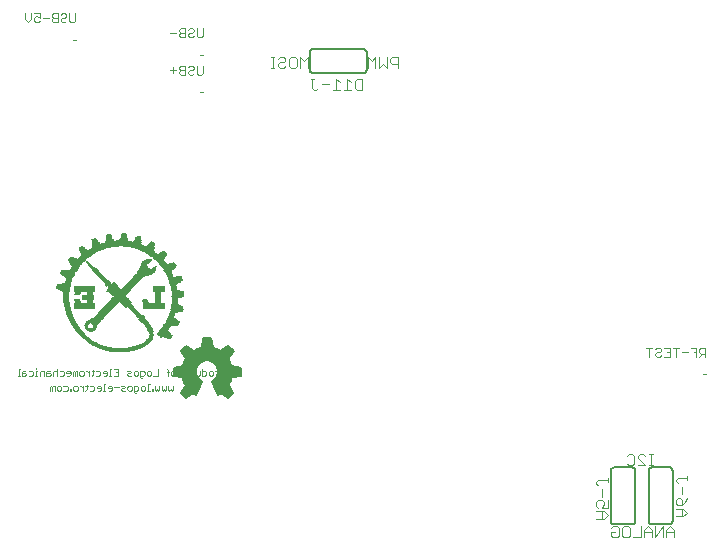
<source format=gbo>
G75*
G70*
%OFA0B0*%
%FSLAX24Y24*%
%IPPOS*%
%LPD*%
%AMOC8*
5,1,8,0,0,1.08239X$1,22.5*
%
%ADD10C,0.0020*%
%ADD11C,0.0030*%
%ADD12C,0.0060*%
%ADD13C,0.0040*%
%ADD14R,0.0483X0.0017*%
%ADD15R,0.0700X0.0017*%
%ADD16R,0.0867X0.0017*%
%ADD17R,0.1000X0.0017*%
%ADD18R,0.1117X0.0017*%
%ADD19R,0.1217X0.0017*%
%ADD20R,0.1300X0.0017*%
%ADD21R,0.0517X0.0017*%
%ADD22R,0.0550X0.0017*%
%ADD23R,0.0450X0.0017*%
%ADD24R,0.0400X0.0017*%
%ADD25R,0.0417X0.0017*%
%ADD26R,0.0367X0.0017*%
%ADD27R,0.0383X0.0017*%
%ADD28R,0.0333X0.0017*%
%ADD29R,0.0350X0.0017*%
%ADD30R,0.0317X0.0017*%
%ADD31R,0.0283X0.0017*%
%ADD32R,0.0300X0.0017*%
%ADD33R,0.0283X0.0017*%
%ADD34R,0.0283X0.0017*%
%ADD35R,0.0250X0.0017*%
%ADD36R,0.0233X0.0017*%
%ADD37R,0.0267X0.0017*%
%ADD38R,0.0217X0.0017*%
%ADD39R,0.0267X0.0017*%
%ADD40R,0.0200X0.0017*%
%ADD41R,0.0250X0.0017*%
%ADD42R,0.0183X0.0017*%
%ADD43R,0.0233X0.0017*%
%ADD44R,0.0183X0.0017*%
%ADD45R,0.0183X0.0017*%
%ADD46R,0.0167X0.0017*%
%ADD47R,0.0167X0.0017*%
%ADD48R,0.0217X0.0017*%
%ADD49R,0.0067X0.0017*%
%ADD50R,0.0150X0.0017*%
%ADD51R,0.0200X0.0017*%
%ADD52R,0.0133X0.0017*%
%ADD53R,0.0217X0.0017*%
%ADD54R,0.0017X0.0017*%
%ADD55R,0.0133X0.0017*%
%ADD56R,0.0217X0.0017*%
%ADD57R,0.0050X0.0017*%
%ADD58R,0.0300X0.0017*%
%ADD59R,0.0083X0.0017*%
%ADD60R,0.0133X0.0017*%
%ADD61R,0.0433X0.0017*%
%ADD62R,0.0133X0.0017*%
%ADD63R,0.0117X0.0017*%
%ADD64R,0.0467X0.0017*%
%ADD65R,0.0117X0.0017*%
%ADD66R,0.0483X0.0017*%
%ADD67R,0.0467X0.0017*%
%ADD68R,0.0383X0.0017*%
%ADD69R,0.0350X0.0017*%
%ADD70R,0.0150X0.0017*%
%ADD71R,0.0317X0.0017*%
%ADD72R,0.0283X0.0017*%
%ADD73R,0.0167X0.0017*%
%ADD74R,0.0267X0.0017*%
%ADD75R,0.0167X0.0017*%
%ADD76R,0.0100X0.0017*%
%ADD77R,0.0100X0.0017*%
%ADD78R,0.0233X0.0017*%
%ADD79R,0.0117X0.0017*%
%ADD80R,0.0500X0.0017*%
%ADD81R,0.0083X0.0017*%
%ADD82R,0.0500X0.0017*%
%ADD83R,0.0483X0.0017*%
%ADD84R,0.0233X0.0017*%
%ADD85R,0.0450X0.0017*%
%ADD86R,0.0433X0.0017*%
%ADD87R,0.0417X0.0017*%
%ADD88R,0.0183X0.0017*%
%ADD89R,0.0433X0.0017*%
%ADD90R,0.0333X0.0017*%
%ADD91R,0.0400X0.0017*%
%ADD92R,0.0367X0.0017*%
%ADD93R,0.0017X0.0017*%
%ADD94R,0.0333X0.0017*%
%ADD95R,0.0383X0.0017*%
%ADD96R,0.0433X0.0017*%
%ADD97R,0.0717X0.0017*%
%ADD98R,0.0700X0.0017*%
%ADD99R,0.0717X0.0017*%
%ADD100R,0.0317X0.0017*%
%ADD101R,0.0333X0.0017*%
%ADD102R,0.0733X0.0017*%
%ADD103R,0.0717X0.0017*%
%ADD104R,0.0683X0.0017*%
%ADD105R,0.0650X0.0017*%
%ADD106R,0.0617X0.0017*%
%ADD107R,0.0600X0.0017*%
%ADD108R,0.0567X0.0017*%
%ADD109R,0.0367X0.0017*%
%ADD110R,0.0533X0.0017*%
%ADD111R,0.0367X0.0017*%
%ADD112R,0.0417X0.0017*%
%ADD113R,0.0550X0.0017*%
%ADD114R,0.0583X0.0017*%
%ADD115R,0.0733X0.0017*%
%ADD116R,0.0383X0.0017*%
%ADD117R,0.0767X0.0017*%
%ADD118R,0.0783X0.0017*%
%ADD119R,0.0033X0.0017*%
%ADD120R,0.0067X0.0017*%
%ADD121R,0.0533X0.0017*%
%ADD122R,0.0567X0.0017*%
%ADD123R,0.0517X0.0017*%
%ADD124R,0.0567X0.0017*%
%ADD125R,0.0517X0.0017*%
%ADD126R,0.0317X0.0017*%
%ADD127R,0.0067X0.0017*%
%ADD128R,0.0033X0.0017*%
%ADD129R,0.0467X0.0017*%
%ADD130R,0.0583X0.0017*%
%ADD131R,0.0600X0.0017*%
%ADD132R,0.0633X0.0017*%
%ADD133R,0.0683X0.0017*%
%ADD134R,0.0650X0.0017*%
%ADD135R,0.0717X0.0017*%
%ADD136R,0.0533X0.0017*%
%ADD137R,0.0883X0.0017*%
%ADD138R,0.0750X0.0017*%
%ADD139R,0.0883X0.0017*%
%ADD140R,0.0033X0.0017*%
%ADD141R,0.1717X0.0017*%
%ADD142R,0.1683X0.0017*%
%ADD143R,0.1650X0.0017*%
%ADD144R,0.1633X0.0017*%
%ADD145R,0.1333X0.0017*%
%ADD146R,0.1283X0.0017*%
%ADD147R,0.1233X0.0017*%
%ADD148R,0.1183X0.0017*%
%ADD149R,0.0867X0.0017*%
%ADD150R,0.0767X0.0017*%
%ADD151R,0.0050X0.0017*%
%ADD152C,0.0000*%
D10*
X004499Y007850D02*
X004499Y007961D01*
X004536Y007997D01*
X004572Y007961D01*
X004572Y007850D01*
X004646Y007850D02*
X004646Y007997D01*
X004609Y007997D01*
X004572Y007961D01*
X004720Y007961D02*
X004757Y007997D01*
X004830Y007997D01*
X004867Y007961D01*
X004867Y007887D01*
X004830Y007850D01*
X004757Y007850D01*
X004720Y007887D01*
X004720Y007961D01*
X004941Y007997D02*
X005051Y007997D01*
X005088Y007961D01*
X005088Y007887D01*
X005051Y007850D01*
X004941Y007850D01*
X005162Y007850D02*
X005162Y007887D01*
X005198Y007887D01*
X005198Y007850D01*
X005162Y007850D01*
X005272Y007887D02*
X005309Y007850D01*
X005383Y007850D01*
X005419Y007887D01*
X005419Y007961D01*
X005383Y007997D01*
X005309Y007997D01*
X005272Y007961D01*
X005272Y007887D01*
X005493Y007997D02*
X005530Y007997D01*
X005603Y007924D01*
X005603Y007997D02*
X005603Y007850D01*
X005677Y007850D02*
X005714Y007887D01*
X005714Y008034D01*
X005751Y007997D02*
X005677Y007997D01*
X005825Y007997D02*
X005935Y007997D01*
X005972Y007961D01*
X005972Y007887D01*
X005935Y007850D01*
X005825Y007850D01*
X006046Y007924D02*
X006193Y007924D01*
X006193Y007961D02*
X006156Y007997D01*
X006083Y007997D01*
X006046Y007961D01*
X006046Y007924D01*
X006083Y007850D02*
X006156Y007850D01*
X006193Y007887D01*
X006193Y007961D01*
X006267Y007850D02*
X006340Y007850D01*
X006303Y007850D02*
X006303Y008071D01*
X006340Y008071D01*
X006414Y007961D02*
X006414Y007924D01*
X006561Y007924D01*
X006561Y007961D02*
X006524Y007997D01*
X006451Y007997D01*
X006414Y007961D01*
X006451Y007850D02*
X006524Y007850D01*
X006561Y007887D01*
X006561Y007961D01*
X006635Y007961D02*
X006782Y007961D01*
X006856Y007997D02*
X006966Y007997D01*
X007003Y007961D01*
X006966Y007924D01*
X006893Y007924D01*
X006856Y007887D01*
X006893Y007850D01*
X007003Y007850D01*
X007077Y007887D02*
X007077Y007961D01*
X007114Y007997D01*
X007187Y007997D01*
X007224Y007961D01*
X007224Y007887D01*
X007187Y007850D01*
X007114Y007850D01*
X007077Y007887D01*
X007298Y007850D02*
X007408Y007850D01*
X007445Y007887D01*
X007445Y007961D01*
X007408Y007997D01*
X007298Y007997D01*
X007298Y007814D01*
X007335Y007777D01*
X007371Y007777D01*
X007519Y007887D02*
X007519Y007961D01*
X007556Y007997D01*
X007629Y007997D01*
X007666Y007961D01*
X007666Y007887D01*
X007629Y007850D01*
X007556Y007850D01*
X007519Y007887D01*
X007740Y007850D02*
X007813Y007850D01*
X007776Y007850D02*
X007776Y008071D01*
X007813Y008071D01*
X007887Y007887D02*
X007887Y007850D01*
X007924Y007850D01*
X007924Y007887D01*
X007887Y007887D01*
X007998Y007887D02*
X008035Y007850D01*
X008071Y007887D01*
X008108Y007850D01*
X008145Y007887D01*
X008145Y007997D01*
X008219Y007997D02*
X008219Y007887D01*
X008256Y007850D01*
X008292Y007887D01*
X008329Y007850D01*
X008366Y007887D01*
X008366Y007997D01*
X008440Y007997D02*
X008440Y007887D01*
X008477Y007850D01*
X008513Y007887D01*
X008550Y007850D01*
X008587Y007887D01*
X008587Y007997D01*
X008569Y008350D02*
X008532Y008387D01*
X008532Y008461D01*
X008569Y008497D01*
X008643Y008497D01*
X008679Y008461D01*
X008679Y008387D01*
X008643Y008350D01*
X008569Y008350D01*
X008422Y008350D02*
X008422Y008534D01*
X008385Y008571D01*
X008385Y008461D02*
X008458Y008461D01*
X008090Y008571D02*
X008090Y008350D01*
X007943Y008350D01*
X007869Y008387D02*
X007832Y008350D01*
X007759Y008350D01*
X007722Y008387D01*
X007722Y008461D01*
X007759Y008497D01*
X007832Y008497D01*
X007869Y008461D01*
X007869Y008387D01*
X007648Y008387D02*
X007611Y008350D01*
X007501Y008350D01*
X007501Y008314D02*
X007501Y008497D01*
X007611Y008497D01*
X007648Y008461D01*
X007648Y008387D01*
X007575Y008277D02*
X007538Y008277D01*
X007501Y008314D01*
X007427Y008387D02*
X007390Y008350D01*
X007317Y008350D01*
X007280Y008387D01*
X007280Y008461D01*
X007317Y008497D01*
X007390Y008497D01*
X007427Y008461D01*
X007427Y008387D01*
X007206Y008350D02*
X007096Y008350D01*
X007059Y008387D01*
X007096Y008424D01*
X007169Y008424D01*
X007206Y008461D01*
X007169Y008497D01*
X007059Y008497D01*
X006764Y008461D02*
X006691Y008461D01*
X006764Y008571D02*
X006764Y008350D01*
X006617Y008350D01*
X006543Y008350D02*
X006470Y008350D01*
X006506Y008350D02*
X006506Y008571D01*
X006543Y008571D01*
X006617Y008571D02*
X006764Y008571D01*
X006396Y008461D02*
X006359Y008497D01*
X006286Y008497D01*
X006249Y008461D01*
X006249Y008424D01*
X006396Y008424D01*
X006396Y008387D02*
X006396Y008461D01*
X006396Y008387D02*
X006359Y008350D01*
X006286Y008350D01*
X006175Y008387D02*
X006138Y008350D01*
X006028Y008350D01*
X005917Y008387D02*
X005880Y008350D01*
X005917Y008387D02*
X005917Y008534D01*
X005954Y008497D02*
X005880Y008497D01*
X005806Y008497D02*
X005806Y008350D01*
X005806Y008424D02*
X005733Y008497D01*
X005696Y008497D01*
X005622Y008461D02*
X005622Y008387D01*
X005586Y008350D01*
X005512Y008350D01*
X005476Y008387D01*
X005476Y008461D01*
X005512Y008497D01*
X005586Y008497D01*
X005622Y008461D01*
X005401Y008497D02*
X005365Y008497D01*
X005328Y008461D01*
X005291Y008497D01*
X005255Y008461D01*
X005255Y008350D01*
X005328Y008350D02*
X005328Y008461D01*
X005401Y008497D02*
X005401Y008350D01*
X005180Y008387D02*
X005180Y008461D01*
X005144Y008497D01*
X005070Y008497D01*
X005034Y008461D01*
X005034Y008424D01*
X005180Y008424D01*
X005180Y008387D02*
X005144Y008350D01*
X005070Y008350D01*
X004959Y008387D02*
X004923Y008350D01*
X004813Y008350D01*
X004738Y008350D02*
X004738Y008571D01*
X004702Y008497D02*
X004628Y008497D01*
X004592Y008461D01*
X004592Y008350D01*
X004517Y008387D02*
X004481Y008424D01*
X004371Y008424D01*
X004371Y008461D02*
X004371Y008350D01*
X004481Y008350D01*
X004517Y008387D01*
X004481Y008497D02*
X004407Y008497D01*
X004371Y008461D01*
X004296Y008497D02*
X004186Y008497D01*
X004150Y008461D01*
X004150Y008350D01*
X004075Y008350D02*
X004002Y008350D01*
X004039Y008350D02*
X004039Y008497D01*
X004075Y008497D01*
X004039Y008571D02*
X004039Y008607D01*
X003928Y008461D02*
X003928Y008387D01*
X003891Y008350D01*
X003781Y008350D01*
X003707Y008387D02*
X003670Y008424D01*
X003560Y008424D01*
X003560Y008461D02*
X003560Y008350D01*
X003670Y008350D01*
X003707Y008387D01*
X003670Y008497D02*
X003597Y008497D01*
X003560Y008461D01*
X003486Y008571D02*
X003449Y008571D01*
X003449Y008350D01*
X003413Y008350D02*
X003486Y008350D01*
X003781Y008497D02*
X003891Y008497D01*
X003928Y008461D01*
X004296Y008497D02*
X004296Y008350D01*
X004702Y008497D02*
X004738Y008461D01*
X004813Y008497D02*
X004923Y008497D01*
X004959Y008461D01*
X004959Y008387D01*
X006028Y008497D02*
X006138Y008497D01*
X006175Y008461D01*
X006175Y008387D01*
X007998Y007997D02*
X007998Y007887D01*
X008974Y008350D02*
X009011Y008387D01*
X009011Y008534D01*
X009048Y008497D02*
X008974Y008497D01*
X009122Y008497D02*
X009232Y008497D01*
X009269Y008461D01*
X009269Y008387D01*
X009232Y008350D01*
X009122Y008350D01*
X009343Y008350D02*
X009343Y008497D01*
X009343Y008350D02*
X009453Y008350D01*
X009490Y008387D01*
X009490Y008497D01*
X009564Y008497D02*
X009674Y008497D01*
X009711Y008461D01*
X009711Y008387D01*
X009674Y008350D01*
X009564Y008350D01*
X009564Y008571D01*
X009785Y008461D02*
X009821Y008497D01*
X009895Y008497D01*
X009931Y008461D01*
X009931Y008387D01*
X009895Y008350D01*
X009821Y008350D01*
X009785Y008387D01*
X009785Y008461D01*
X010006Y008497D02*
X010042Y008497D01*
X010116Y008424D01*
X010116Y008497D02*
X010116Y008350D01*
X010190Y008461D02*
X010227Y008424D01*
X010337Y008424D01*
X010337Y008350D02*
X010337Y008571D01*
X010227Y008571D01*
X010190Y008534D01*
X010190Y008461D01*
D11*
X009539Y018381D02*
X009442Y018381D01*
X009394Y018429D01*
X009394Y018671D01*
X009293Y018623D02*
X009293Y018575D01*
X009245Y018526D01*
X009148Y018526D01*
X009099Y018478D01*
X009099Y018429D01*
X009148Y018381D01*
X009245Y018381D01*
X009293Y018429D01*
X009293Y018623D02*
X009245Y018671D01*
X009148Y018671D01*
X009099Y018623D01*
X008998Y018671D02*
X008998Y018381D01*
X008853Y018381D01*
X008805Y018429D01*
X008805Y018478D01*
X008853Y018526D01*
X008998Y018526D01*
X008853Y018526D02*
X008805Y018575D01*
X008805Y018623D01*
X008853Y018671D01*
X008998Y018671D01*
X008704Y018526D02*
X008510Y018526D01*
X008607Y018623D02*
X008607Y018429D01*
X009539Y018381D02*
X009588Y018429D01*
X009588Y018671D01*
X009539Y019631D02*
X009442Y019631D01*
X009394Y019679D01*
X009394Y019921D01*
X009293Y019873D02*
X009293Y019825D01*
X009245Y019776D01*
X009148Y019776D01*
X009099Y019728D01*
X009099Y019679D01*
X009148Y019631D01*
X009245Y019631D01*
X009293Y019679D01*
X009293Y019873D02*
X009245Y019921D01*
X009148Y019921D01*
X009099Y019873D01*
X008998Y019921D02*
X008998Y019631D01*
X008853Y019631D01*
X008805Y019679D01*
X008805Y019728D01*
X008853Y019776D01*
X008998Y019776D01*
X008853Y019776D02*
X008805Y019825D01*
X008805Y019873D01*
X008853Y019921D01*
X008998Y019921D01*
X008704Y019776D02*
X008510Y019776D01*
X009539Y019631D02*
X009588Y019679D01*
X009588Y019921D01*
X011853Y018976D02*
X011977Y018976D01*
X011915Y018976D02*
X011915Y018605D01*
X011977Y018605D02*
X011853Y018605D01*
X012098Y018667D02*
X012098Y018729D01*
X012160Y018791D01*
X012283Y018791D01*
X012345Y018852D01*
X012345Y018914D01*
X012283Y018976D01*
X012160Y018976D01*
X012098Y018914D01*
X012466Y018914D02*
X012528Y018976D01*
X012652Y018976D01*
X012713Y018914D01*
X012713Y018667D01*
X012652Y018605D01*
X012528Y018605D01*
X012466Y018667D01*
X012466Y018914D01*
X012345Y018667D02*
X012283Y018605D01*
X012160Y018605D01*
X012098Y018667D01*
X012835Y018605D02*
X012835Y018976D01*
X012958Y018852D01*
X013082Y018976D01*
X013082Y018605D01*
X015098Y018605D02*
X015098Y018976D01*
X015222Y018852D01*
X015345Y018976D01*
X015345Y018605D01*
X015466Y018605D02*
X015466Y018976D01*
X015713Y018976D02*
X015713Y018605D01*
X015590Y018729D01*
X015466Y018605D01*
X015835Y018791D02*
X015896Y018729D01*
X016082Y018729D01*
X016082Y018605D02*
X016082Y018976D01*
X015896Y018976D01*
X015835Y018914D01*
X015835Y018791D01*
X005338Y020179D02*
X005289Y020131D01*
X005192Y020131D01*
X005144Y020179D01*
X005144Y020421D01*
X005043Y020373D02*
X005043Y020325D01*
X004995Y020276D01*
X004898Y020276D01*
X004849Y020228D01*
X004849Y020179D01*
X004898Y020131D01*
X004995Y020131D01*
X005043Y020179D01*
X005043Y020373D02*
X004995Y020421D01*
X004898Y020421D01*
X004849Y020373D01*
X004748Y020421D02*
X004748Y020131D01*
X004603Y020131D01*
X004555Y020179D01*
X004555Y020228D01*
X004603Y020276D01*
X004748Y020276D01*
X004603Y020276D02*
X004555Y020325D01*
X004555Y020373D01*
X004603Y020421D01*
X004748Y020421D01*
X004454Y020276D02*
X004260Y020276D01*
X004159Y020276D02*
X004062Y020325D01*
X004014Y020325D01*
X003965Y020276D01*
X003965Y020179D01*
X004014Y020131D01*
X004111Y020131D01*
X004159Y020179D01*
X004159Y020276D02*
X004159Y020421D01*
X003965Y020421D01*
X003864Y020421D02*
X003864Y020228D01*
X003768Y020131D01*
X003671Y020228D01*
X003671Y020421D01*
X005338Y020421D02*
X005338Y020179D01*
X023721Y005664D02*
X023783Y005726D01*
X023906Y005726D01*
X023968Y005664D01*
X023968Y005417D01*
X023906Y005355D01*
X023783Y005355D01*
X023721Y005417D01*
X024089Y005355D02*
X024336Y005355D01*
X024089Y005602D01*
X024089Y005664D01*
X024151Y005726D01*
X024274Y005726D01*
X024336Y005664D01*
X024458Y005726D02*
X024582Y005726D01*
X024520Y005726D02*
X024520Y005355D01*
X024582Y005355D02*
X024458Y005355D01*
X025362Y004884D02*
X025423Y004946D01*
X025732Y004946D01*
X025732Y005007D02*
X025732Y004884D01*
X025547Y004639D02*
X025547Y004392D01*
X025485Y004271D02*
X025547Y004209D01*
X025547Y004024D01*
X025423Y004024D01*
X025362Y004085D01*
X025362Y004209D01*
X025423Y004271D01*
X025485Y004271D01*
X025670Y004147D02*
X025547Y004024D01*
X025547Y003902D02*
X025547Y003655D01*
X025608Y003655D02*
X025732Y003779D01*
X025608Y003902D01*
X025362Y003902D01*
X025362Y003655D02*
X025608Y003655D01*
X025670Y004147D02*
X025732Y004271D01*
X025423Y004760D02*
X025362Y004822D01*
X025362Y004884D01*
X025168Y003326D02*
X025045Y003202D01*
X025045Y002955D01*
X024923Y002955D02*
X024923Y003326D01*
X024676Y002955D01*
X024676Y003326D01*
X024555Y003202D02*
X024555Y002955D01*
X024555Y003141D02*
X024308Y003141D01*
X024308Y003202D02*
X024308Y002955D01*
X024187Y002955D02*
X023940Y002955D01*
X023818Y003017D02*
X023757Y002955D01*
X023633Y002955D01*
X023571Y003017D01*
X023571Y003264D01*
X023633Y003326D01*
X023757Y003326D01*
X023818Y003264D01*
X023818Y003017D01*
X024187Y002955D02*
X024187Y003326D01*
X024308Y003202D02*
X024431Y003326D01*
X024555Y003202D01*
X025045Y003141D02*
X025291Y003141D01*
X025291Y003202D02*
X025291Y002955D01*
X025291Y003202D02*
X025168Y003326D01*
X023450Y003264D02*
X023450Y003017D01*
X023388Y002955D01*
X023265Y002955D01*
X023203Y003017D01*
X023203Y003141D01*
X023327Y003141D01*
X023450Y003264D02*
X023388Y003326D01*
X023265Y003326D01*
X023203Y003264D01*
X022958Y003582D02*
X023082Y003706D01*
X022958Y003829D01*
X022712Y003829D01*
X022773Y003951D02*
X022712Y004012D01*
X022712Y004136D01*
X022773Y004197D01*
X022897Y004197D01*
X022958Y004136D01*
X022958Y004074D01*
X022897Y003951D01*
X023082Y003951D01*
X023082Y004197D01*
X022897Y004319D02*
X022897Y004566D01*
X022773Y004687D02*
X022712Y004749D01*
X022712Y004811D01*
X022773Y004872D01*
X023082Y004872D01*
X023082Y004811D02*
X023082Y004934D01*
X022897Y003829D02*
X022897Y003582D01*
X022958Y003582D02*
X022712Y003582D01*
X024473Y008981D02*
X024473Y009271D01*
X024570Y009271D02*
X024376Y009271D01*
X024671Y009223D02*
X024719Y009271D01*
X024816Y009271D01*
X024864Y009223D01*
X024864Y009175D01*
X024816Y009126D01*
X024719Y009126D01*
X024671Y009078D01*
X024671Y009029D01*
X024719Y008981D01*
X024816Y008981D01*
X024864Y009029D01*
X024965Y008981D02*
X025159Y008981D01*
X025159Y009271D01*
X024965Y009271D01*
X025062Y009126D02*
X025159Y009126D01*
X025260Y009271D02*
X025454Y009271D01*
X025357Y009271D02*
X025357Y008981D01*
X025555Y009126D02*
X025748Y009126D01*
X025849Y009271D02*
X026043Y009271D01*
X026043Y008981D01*
X026144Y008981D02*
X026241Y009078D01*
X026192Y009078D02*
X026338Y009078D01*
X026338Y008981D02*
X026338Y009271D01*
X026192Y009271D01*
X026144Y009223D01*
X026144Y009126D01*
X026192Y009078D01*
X026043Y009126D02*
X025946Y009126D01*
D12*
X009037Y007590D02*
X008847Y007780D01*
X009017Y008020D01*
X009040Y008014D02*
X009484Y008014D01*
X009454Y007956D02*
X009021Y007956D01*
X009047Y007990D02*
X008897Y007790D01*
X009047Y007640D01*
X009247Y007790D01*
X009347Y007740D01*
X009547Y008140D01*
X009347Y008340D01*
X009347Y008590D01*
X009497Y008840D01*
X009747Y008890D01*
X010047Y008790D01*
X009997Y008790D01*
X010147Y008540D01*
X010047Y008240D01*
X009947Y008140D01*
X010097Y007740D01*
X010197Y007790D01*
X010397Y007640D01*
X010547Y007790D01*
X010397Y008040D01*
X010497Y008290D01*
X010797Y008390D01*
X010797Y008340D01*
X010797Y008590D01*
X010497Y008640D01*
X010397Y008940D01*
X010597Y009140D01*
X010447Y009290D01*
X010147Y009140D01*
X009847Y009290D01*
X009897Y009290D01*
X009847Y009540D01*
X009597Y009540D01*
X009597Y009240D01*
X009297Y009140D01*
X009047Y009290D01*
X008897Y009190D01*
X009047Y008890D01*
X008947Y008640D01*
X008647Y008590D01*
X008647Y008340D01*
X008947Y008340D01*
X009047Y007990D01*
X009023Y008073D02*
X009513Y008073D01*
X009542Y008131D02*
X009006Y008131D01*
X008990Y008190D02*
X009497Y008190D01*
X009567Y008150D02*
X009377Y007700D01*
X009277Y007760D01*
X009037Y007590D01*
X009024Y007663D02*
X009077Y007663D01*
X009155Y007722D02*
X008965Y007722D01*
X008907Y007780D02*
X009233Y007780D01*
X009267Y007780D02*
X009366Y007780D01*
X009396Y007839D02*
X008933Y007839D01*
X008977Y007897D02*
X009425Y007897D01*
X009439Y008249D02*
X008973Y008249D01*
X008956Y008307D02*
X009380Y008307D01*
X009347Y008366D02*
X008647Y008366D01*
X008617Y008340D02*
X008917Y008290D01*
X008647Y008424D02*
X009347Y008424D01*
X009347Y008483D02*
X008647Y008483D01*
X008647Y008541D02*
X009347Y008541D01*
X009352Y008600D02*
X008703Y008600D01*
X008617Y008600D02*
X008617Y008340D01*
X008617Y008600D02*
X008917Y008660D01*
X008954Y008658D02*
X009387Y008658D01*
X009422Y008717D02*
X008977Y008717D01*
X009001Y008775D02*
X009458Y008775D01*
X009493Y008834D02*
X009024Y008834D01*
X009046Y008893D02*
X010413Y008893D01*
X010437Y008910D02*
X010617Y009170D01*
X010427Y009350D01*
X010167Y009170D01*
X010236Y009185D02*
X010552Y009185D01*
X010583Y009127D02*
X008928Y009127D01*
X008899Y009185D02*
X009222Y009185D01*
X009297Y009170D02*
X009037Y009350D01*
X008847Y009170D01*
X009027Y008910D01*
X009016Y008951D02*
X010407Y008951D01*
X010466Y009010D02*
X008987Y009010D01*
X008958Y009068D02*
X010524Y009068D01*
X010493Y009244D02*
X010353Y009244D01*
X010057Y009185D02*
X009431Y009185D01*
X009547Y009270D02*
X009597Y009590D01*
X009867Y009590D01*
X009917Y009270D01*
X009940Y009244D02*
X009597Y009244D01*
X009597Y009302D02*
X009894Y009302D01*
X009883Y009361D02*
X009597Y009361D01*
X009597Y009419D02*
X009871Y009419D01*
X009859Y009478D02*
X009597Y009478D01*
X009597Y009537D02*
X009847Y009537D01*
X009124Y009244D02*
X008977Y009244D01*
X009916Y008834D02*
X010432Y008834D01*
X010452Y008775D02*
X010006Y008775D01*
X010041Y008717D02*
X010471Y008717D01*
X010491Y008658D02*
X010076Y008658D01*
X010111Y008600D02*
X010740Y008600D01*
X010797Y008541D02*
X010146Y008541D01*
X010127Y008483D02*
X010797Y008483D01*
X010797Y008424D02*
X010108Y008424D01*
X010088Y008366D02*
X010722Y008366D01*
X010847Y008340D02*
X010547Y008290D01*
X010547Y008307D02*
X010069Y008307D01*
X010049Y008249D02*
X010480Y008249D01*
X010456Y008190D02*
X009996Y008190D01*
X009950Y008131D02*
X010433Y008131D01*
X010410Y008073D02*
X009972Y008073D01*
X009994Y008014D02*
X010412Y008014D01*
X010447Y008020D02*
X010607Y007780D01*
X010427Y007590D01*
X010187Y007760D01*
X010087Y007700D01*
X009887Y008150D01*
X010016Y007956D02*
X010447Y007956D01*
X010483Y007897D02*
X010038Y007897D01*
X010060Y007839D02*
X010518Y007839D01*
X010536Y007780D02*
X010210Y007780D01*
X010176Y007780D02*
X010082Y007780D01*
X010288Y007722D02*
X010478Y007722D01*
X010419Y007663D02*
X010366Y007663D01*
X010847Y008340D02*
X010847Y008600D01*
X010547Y008660D01*
X010163Y009174D02*
X010118Y009199D01*
X010071Y009222D01*
X010023Y009241D01*
X009974Y009258D01*
X009924Y009271D01*
X009887Y008160D02*
X009920Y008178D01*
X009950Y008199D01*
X009979Y008223D01*
X010005Y008250D01*
X010027Y008279D01*
X010047Y008311D01*
X010064Y008344D01*
X010077Y008379D01*
X010086Y008415D01*
X010092Y008452D01*
X010094Y008489D01*
X010092Y008526D01*
X010087Y008563D01*
X010077Y008599D01*
X010065Y008634D01*
X010048Y008668D01*
X010029Y008699D01*
X010006Y008729D01*
X009980Y008756D01*
X009952Y008780D01*
X009921Y008801D01*
X009889Y008819D01*
X009855Y008834D01*
X009819Y008845D01*
X009783Y008853D01*
X009746Y008857D01*
X009708Y008857D01*
X009671Y008853D01*
X009635Y008845D01*
X009599Y008834D01*
X009565Y008819D01*
X009533Y008801D01*
X009502Y008780D01*
X009474Y008756D01*
X009448Y008729D01*
X009425Y008699D01*
X009406Y008668D01*
X009389Y008634D01*
X009377Y008599D01*
X009367Y008563D01*
X009362Y008526D01*
X009360Y008489D01*
X009362Y008452D01*
X009368Y008415D01*
X009377Y008379D01*
X009390Y008344D01*
X009407Y008311D01*
X009427Y008279D01*
X009449Y008250D01*
X009475Y008223D01*
X009504Y008199D01*
X009534Y008178D01*
X009567Y008160D01*
X009016Y008020D02*
X008993Y008061D01*
X008972Y008104D01*
X008954Y008149D01*
X008939Y008194D01*
X008926Y008240D01*
X008916Y008287D01*
X008918Y008661D02*
X008933Y008713D01*
X008952Y008764D01*
X008974Y008814D01*
X008999Y008862D01*
X009028Y008909D01*
X009293Y009172D02*
X009340Y009199D01*
X009389Y009222D01*
X009439Y009242D01*
X009490Y009259D01*
X009542Y009273D01*
X010436Y008905D02*
X010463Y008859D01*
X010487Y008811D01*
X010508Y008762D01*
X010526Y008711D01*
X010540Y008660D01*
X010546Y008289D02*
X010533Y008233D01*
X010516Y008178D01*
X010495Y008125D01*
X010471Y008073D01*
X010443Y008023D01*
X023197Y005190D02*
X023197Y003490D01*
X023199Y003473D01*
X023203Y003456D01*
X023210Y003440D01*
X023220Y003426D01*
X023233Y003413D01*
X023247Y003403D01*
X023263Y003396D01*
X023280Y003392D01*
X023297Y003390D01*
X023897Y003390D01*
X023914Y003392D01*
X023931Y003396D01*
X023947Y003403D01*
X023961Y003413D01*
X023974Y003426D01*
X023984Y003440D01*
X023991Y003456D01*
X023995Y003473D01*
X023997Y003490D01*
X023997Y005190D01*
X023995Y005207D01*
X023991Y005224D01*
X023984Y005240D01*
X023974Y005254D01*
X023961Y005267D01*
X023947Y005277D01*
X023931Y005284D01*
X023914Y005288D01*
X023897Y005290D01*
X023297Y005290D01*
X023280Y005288D01*
X023263Y005284D01*
X023247Y005277D01*
X023233Y005267D01*
X023220Y005254D01*
X023210Y005240D01*
X023203Y005224D01*
X023199Y005207D01*
X023197Y005190D01*
X024447Y005190D02*
X024447Y003490D01*
X024449Y003473D01*
X024453Y003456D01*
X024460Y003440D01*
X024470Y003426D01*
X024483Y003413D01*
X024497Y003403D01*
X024513Y003396D01*
X024530Y003392D01*
X024547Y003390D01*
X025147Y003390D01*
X025164Y003392D01*
X025181Y003396D01*
X025197Y003403D01*
X025211Y003413D01*
X025224Y003426D01*
X025234Y003440D01*
X025241Y003456D01*
X025245Y003473D01*
X025247Y003490D01*
X025247Y005190D01*
X025245Y005207D01*
X025241Y005224D01*
X025234Y005240D01*
X025224Y005254D01*
X025211Y005267D01*
X025197Y005277D01*
X025181Y005284D01*
X025164Y005288D01*
X025147Y005290D01*
X024547Y005290D01*
X024530Y005288D01*
X024513Y005284D01*
X024497Y005277D01*
X024483Y005267D01*
X024470Y005254D01*
X024460Y005240D01*
X024453Y005224D01*
X024449Y005207D01*
X024447Y005190D01*
X014947Y018440D02*
X013247Y018440D01*
X013230Y018442D01*
X013213Y018446D01*
X013197Y018453D01*
X013183Y018463D01*
X013170Y018476D01*
X013160Y018490D01*
X013153Y018506D01*
X013149Y018523D01*
X013147Y018540D01*
X013147Y019140D01*
X013149Y019157D01*
X013153Y019174D01*
X013160Y019190D01*
X013170Y019204D01*
X013183Y019217D01*
X013197Y019227D01*
X013213Y019234D01*
X013230Y019238D01*
X013247Y019240D01*
X014947Y019240D01*
X014964Y019238D01*
X014981Y019234D01*
X014997Y019227D01*
X015011Y019217D01*
X015024Y019204D01*
X015034Y019190D01*
X015041Y019174D01*
X015045Y019157D01*
X015047Y019140D01*
X015047Y018540D01*
X015045Y018523D01*
X015041Y018506D01*
X015034Y018490D01*
X015024Y018476D01*
X015011Y018463D01*
X014997Y018453D01*
X014981Y018446D01*
X014964Y018442D01*
X014947Y018440D01*
D13*
X014898Y018241D02*
X014718Y018241D01*
X014658Y018181D01*
X014658Y017941D01*
X014718Y017880D01*
X014898Y017880D01*
X014898Y018241D01*
X014530Y018121D02*
X014410Y018241D01*
X014410Y017880D01*
X014530Y017880D02*
X014290Y017880D01*
X014162Y017880D02*
X013921Y017880D01*
X014041Y017880D02*
X014041Y018241D01*
X014162Y018121D01*
X013793Y018061D02*
X013553Y018061D01*
X013425Y017941D02*
X013365Y017880D01*
X013305Y017880D01*
X013245Y017941D01*
X013245Y018241D01*
X013305Y018241D02*
X013185Y018241D01*
D14*
X007713Y012524D03*
X006080Y012557D03*
X005380Y012124D03*
X008580Y010107D03*
X008563Y010074D03*
X008563Y010057D03*
X006830Y009124D03*
D15*
X006822Y009140D03*
X005672Y010590D03*
X005672Y010640D03*
X005672Y010690D03*
X005672Y011140D03*
X005672Y011190D03*
X005672Y011240D03*
X005672Y011290D03*
D16*
X006822Y009157D03*
D17*
X006822Y009174D03*
D18*
X006813Y009190D03*
D19*
X006813Y009207D03*
D20*
X006822Y009224D03*
D21*
X007247Y009240D03*
X006797Y011040D03*
X008447Y011990D03*
D22*
X007663Y011740D03*
X005763Y012440D03*
X006397Y009240D03*
D23*
X006313Y009257D03*
X005930Y010124D03*
X006797Y011007D03*
X006613Y011207D03*
X004947Y011307D03*
X004930Y011224D03*
X007330Y009257D03*
X008330Y009674D03*
X008347Y009657D03*
X008580Y010124D03*
X008730Y010524D03*
X008680Y011507D03*
X008680Y011524D03*
X008663Y011557D03*
X008663Y011574D03*
X008647Y011607D03*
X007730Y012507D03*
D24*
X008455Y011907D03*
X008672Y011474D03*
X008755Y010974D03*
X008572Y010157D03*
X008288Y009757D03*
X007388Y009274D03*
X006522Y011357D03*
X006522Y011374D03*
X007505Y011657D03*
X005372Y012074D03*
X005105Y011674D03*
X004988Y011374D03*
D25*
X004947Y011207D03*
X006247Y009274D03*
X008447Y011924D03*
D26*
X008655Y011440D03*
X007438Y009290D03*
X006088Y010240D03*
D27*
X006197Y009290D03*
X008447Y011890D03*
D28*
X008138Y012207D03*
X007838Y012424D03*
X007405Y011574D03*
X007388Y011557D03*
X007355Y011524D03*
X007338Y011507D03*
X007305Y011474D03*
X007288Y011457D03*
X007255Y011424D03*
X007238Y011407D03*
X007205Y011374D03*
X007188Y011357D03*
X007155Y011324D03*
X007138Y011307D03*
X007105Y011274D03*
X007088Y011257D03*
X007055Y011224D03*
X007038Y011207D03*
X006555Y010707D03*
X006505Y010657D03*
X006455Y010607D03*
X006405Y010557D03*
X006355Y010507D03*
X006305Y010457D03*
X006255Y010407D03*
X005855Y009874D03*
X006105Y009324D03*
X007488Y009307D03*
D29*
X008563Y010174D03*
X007430Y011607D03*
X006613Y011257D03*
X006597Y011274D03*
X006613Y010774D03*
X006597Y010757D03*
X006230Y010374D03*
X006213Y010357D03*
X006180Y010324D03*
X006163Y010307D03*
X006130Y010274D03*
X006113Y010257D03*
X006147Y009307D03*
X004980Y011174D03*
X008130Y012224D03*
X008447Y011874D03*
D30*
X007913Y012374D03*
X006580Y011307D03*
X007030Y010724D03*
X007080Y010674D03*
X007130Y010624D03*
X007530Y009324D03*
X005630Y012274D03*
X005680Y012307D03*
D31*
X007563Y009340D03*
D32*
X006072Y009340D03*
X005055Y011390D03*
X005605Y012240D03*
X005655Y012290D03*
X007738Y012140D03*
X008438Y011840D03*
D33*
X008697Y010924D03*
X008547Y010224D03*
X007597Y009357D03*
X005997Y009374D03*
X005597Y012524D03*
D34*
X005563Y012207D03*
X006030Y012724D03*
X005130Y011607D03*
X007630Y011924D03*
X008680Y011157D03*
X008680Y010674D03*
X006030Y009357D03*
D35*
X005913Y009424D03*
X007630Y009374D03*
X007663Y010107D03*
X007563Y010207D03*
X007530Y010274D03*
X007497Y010307D03*
X007480Y010324D03*
X008297Y009857D03*
X008313Y009874D03*
X008347Y009924D03*
X008380Y009974D03*
X008413Y009607D03*
X008430Y011807D03*
X008247Y012057D03*
X008213Y012107D03*
X008197Y012124D03*
X008163Y012157D03*
X008263Y012407D03*
X007863Y012674D03*
X007413Y012824D03*
X006947Y012874D03*
X006947Y012907D03*
X006480Y012874D03*
X006480Y012857D03*
X006013Y012757D03*
X005247Y012224D03*
X005363Y011974D03*
X005330Y011924D03*
X005313Y011907D03*
X005297Y011874D03*
X005280Y011857D03*
X007630Y011957D03*
X007663Y012074D03*
X007763Y012174D03*
D36*
X008438Y011790D03*
X008555Y012040D03*
X008105Y011090D03*
X008105Y011040D03*
X008105Y010990D03*
X008105Y010940D03*
X008105Y010890D03*
X008105Y010840D03*
X008105Y010790D03*
X008105Y010740D03*
X007555Y010240D03*
X007255Y010540D03*
X007205Y010590D03*
X006438Y011390D03*
X006405Y011440D03*
X006355Y011490D03*
X005838Y011090D03*
X005838Y011040D03*
X005838Y010840D03*
X005838Y010790D03*
X005838Y010740D03*
X005105Y011440D03*
X005138Y011540D03*
X005805Y009490D03*
X007655Y009390D03*
X008355Y009940D03*
X008388Y009990D03*
D37*
X007622Y010140D03*
X007572Y010190D03*
X008622Y011390D03*
X006022Y012740D03*
X005372Y011990D03*
X005022Y011140D03*
X005972Y009390D03*
D38*
X005763Y009524D03*
X005863Y009824D03*
X005030Y010907D03*
X005030Y010924D03*
X005030Y010957D03*
X005030Y010974D03*
X005030Y011007D03*
X005030Y011024D03*
X005030Y011057D03*
X005030Y011074D03*
X005030Y011107D03*
X005030Y011124D03*
X005113Y011474D03*
X005130Y011524D03*
X005563Y012574D03*
X006463Y012924D03*
X007430Y012874D03*
X007880Y012707D03*
X007630Y012024D03*
X007630Y012007D03*
X007630Y011974D03*
X008463Y011724D03*
X007263Y010524D03*
X007280Y010507D03*
X007313Y010474D03*
X007330Y010457D03*
X007363Y010424D03*
X007380Y010407D03*
X007413Y010374D03*
X007430Y010357D03*
X007730Y010024D03*
X007763Y009974D03*
X007713Y009424D03*
X007680Y009407D03*
X008530Y010257D03*
X008530Y010274D03*
X006413Y011424D03*
D39*
X005355Y011957D03*
X006488Y012824D03*
X006938Y012857D03*
X007405Y012807D03*
X007855Y012657D03*
X007755Y012157D03*
X007705Y012107D03*
X008155Y012174D03*
X008438Y011824D03*
X007588Y010174D03*
X007605Y010157D03*
X007638Y010124D03*
X005988Y010074D03*
X005938Y009407D03*
D40*
X005622Y009640D03*
X005572Y009690D03*
X005422Y010740D03*
X005055Y010690D03*
X005038Y010790D03*
X005038Y010840D03*
X006038Y011790D03*
X006088Y011740D03*
X006138Y011690D03*
X006188Y011640D03*
X006238Y011590D03*
X006288Y011540D03*
X007638Y012040D03*
X008455Y011740D03*
X008505Y011640D03*
X008572Y010390D03*
X008555Y010340D03*
X008538Y010290D03*
X007788Y009940D03*
X007755Y009990D03*
X007722Y009440D03*
D41*
X008330Y009890D03*
X008530Y010240D03*
X008613Y010440D03*
X008663Y010690D03*
X007513Y010290D03*
X005880Y009440D03*
X005280Y011840D03*
X005313Y011890D03*
X006947Y012890D03*
X007630Y011940D03*
X008180Y012140D03*
X008263Y012040D03*
D42*
X008647Y010874D03*
X008647Y010857D03*
X008647Y010824D03*
X008647Y010807D03*
X008647Y010774D03*
X008647Y010757D03*
X008647Y010724D03*
X007797Y009924D03*
X007797Y009507D03*
X007747Y009457D03*
X005547Y009724D03*
X005497Y009774D03*
X005347Y009974D03*
X005147Y010357D03*
X005097Y010507D03*
X005097Y010524D03*
X005047Y010757D03*
X006947Y013007D03*
D43*
X006005Y012774D03*
X005138Y011574D03*
X005138Y011557D03*
X005105Y011457D03*
X005838Y011124D03*
X005838Y011107D03*
X005838Y011074D03*
X005838Y011057D03*
X005838Y011024D03*
X005838Y010824D03*
X005838Y010807D03*
X005838Y010774D03*
X005838Y010757D03*
X006388Y011457D03*
X007188Y010607D03*
X007238Y010557D03*
X007538Y010257D03*
X007555Y010224D03*
X007688Y010074D03*
X007705Y010057D03*
X008338Y009907D03*
X008105Y010757D03*
X008105Y010774D03*
X008105Y010807D03*
X008105Y010824D03*
X008105Y010857D03*
X008105Y010874D03*
X008105Y010907D03*
X008105Y010924D03*
X008105Y010957D03*
X008105Y010974D03*
X008105Y011007D03*
X008105Y011024D03*
X008105Y011057D03*
X008105Y011074D03*
X008105Y011107D03*
X008105Y011124D03*
X008238Y012074D03*
X005838Y009474D03*
X005855Y009457D03*
X005788Y009507D03*
D44*
X005563Y009707D03*
X005513Y009757D03*
X005463Y009807D03*
X005430Y009857D03*
X005413Y009874D03*
X005380Y009924D03*
X005313Y010024D03*
X005280Y010074D03*
X005263Y010107D03*
X005230Y010174D03*
X005213Y010207D03*
X005180Y010274D03*
X005163Y010324D03*
X005130Y010407D03*
X005113Y010457D03*
X005113Y010474D03*
X005080Y010557D03*
X005080Y010574D03*
X005080Y010607D03*
X005063Y010624D03*
X005063Y010657D03*
X005063Y010674D03*
X005413Y010757D03*
X005413Y010774D03*
X005413Y010807D03*
X005413Y011057D03*
X005413Y011074D03*
X005413Y011107D03*
X006013Y011824D03*
X006413Y011407D03*
X007680Y010774D03*
X007680Y010757D03*
X007813Y009907D03*
X007763Y009474D03*
X008580Y010424D03*
X008630Y011174D03*
X008630Y011207D03*
X008630Y011224D03*
X008613Y011257D03*
X008613Y011274D03*
X008613Y011307D03*
X006013Y010057D03*
D45*
X005530Y009740D03*
X005480Y009790D03*
X005363Y009940D03*
X005080Y010590D03*
X005063Y010640D03*
X005413Y010790D03*
X005413Y011090D03*
X005230Y012240D03*
X005980Y012840D03*
X008613Y011290D03*
X008630Y011240D03*
X008630Y011190D03*
X007680Y010740D03*
X007813Y009890D03*
X007780Y009490D03*
X008430Y009590D03*
D46*
X007855Y009807D03*
X007838Y009857D03*
X007805Y009524D03*
X005455Y009824D03*
X005388Y009907D03*
X005355Y009957D03*
X005288Y010057D03*
X005255Y010124D03*
X005238Y010157D03*
X005205Y010224D03*
X005188Y010257D03*
X005138Y010374D03*
X005405Y010824D03*
X005405Y010857D03*
X005405Y011024D03*
X006005Y011857D03*
X005988Y011874D03*
X005955Y011907D03*
X006455Y012974D03*
X006955Y013024D03*
X007438Y012924D03*
X007938Y011874D03*
X008788Y011624D03*
D47*
X007672Y010840D03*
X007672Y010790D03*
X007822Y009540D03*
X005272Y010090D03*
X005222Y010190D03*
X005172Y010290D03*
X005122Y010440D03*
X004972Y011840D03*
X005972Y011890D03*
D48*
X005997Y012790D03*
X006947Y012940D03*
X007297Y010490D03*
X007347Y010440D03*
X007397Y010390D03*
X007447Y010340D03*
X005747Y009540D03*
D49*
X008472Y009557D03*
X005772Y012074D03*
D50*
X005213Y012257D03*
X006447Y013007D03*
X006947Y013057D03*
X007447Y012957D03*
X007663Y010857D03*
X007847Y009824D03*
X007863Y009774D03*
X007847Y009574D03*
X007830Y009557D03*
X006013Y010024D03*
X005980Y009924D03*
X005963Y009907D03*
X005863Y009807D03*
D51*
X005722Y009557D03*
X005655Y009607D03*
X005638Y009624D03*
X005605Y009657D03*
X005588Y009674D03*
X005055Y010707D03*
X005055Y010724D03*
X005038Y010774D03*
X005038Y010807D03*
X005038Y010824D03*
X005038Y010857D03*
X005038Y010874D03*
X005422Y011124D03*
X006155Y011674D03*
X006172Y011657D03*
X006205Y011624D03*
X006222Y011607D03*
X006255Y011574D03*
X006272Y011557D03*
X006305Y011524D03*
X006322Y011507D03*
X006122Y011707D03*
X006105Y011724D03*
X006072Y011757D03*
X006055Y011774D03*
X006022Y011807D03*
X005988Y012824D03*
X006455Y012957D03*
X006955Y012974D03*
X007438Y012907D03*
X007888Y012724D03*
X008272Y012424D03*
X008438Y011774D03*
X008472Y011707D03*
X008488Y011674D03*
X008488Y011657D03*
X008505Y011624D03*
X008605Y011357D03*
X008605Y011324D03*
X008638Y010707D03*
X008572Y010407D03*
X008572Y010374D03*
X008555Y010357D03*
X008555Y010324D03*
X008538Y010307D03*
X007772Y009957D03*
D52*
X007855Y009607D03*
X008455Y009574D03*
X006005Y009974D03*
X006005Y010007D03*
X005755Y010074D03*
X005738Y010057D03*
X005738Y009907D03*
X005555Y012607D03*
X006455Y013024D03*
D53*
X005997Y012807D03*
X006947Y012924D03*
X006947Y012957D03*
X007647Y012057D03*
X008447Y011757D03*
X007747Y010007D03*
X005697Y009574D03*
X005097Y011407D03*
X005097Y011424D03*
D54*
X006497Y013040D03*
X008197Y009590D03*
D55*
X007855Y009590D03*
X006005Y009990D03*
X005988Y009940D03*
X006638Y011390D03*
D56*
X007630Y011990D03*
X008480Y011690D03*
X007430Y012890D03*
X006463Y012940D03*
X005030Y011090D03*
X005030Y011040D03*
X005030Y010990D03*
X005030Y010940D03*
X005030Y010890D03*
X005680Y009590D03*
X007713Y010040D03*
D57*
X008197Y009607D03*
X007030Y010607D03*
X008013Y011957D03*
X005730Y012124D03*
D58*
X005622Y012257D03*
X005588Y012224D03*
X005372Y012007D03*
X005255Y012207D03*
X007638Y011907D03*
X007722Y012124D03*
X008238Y012374D03*
X008638Y011407D03*
X008555Y010207D03*
X008288Y009824D03*
X008405Y009624D03*
X005855Y009857D03*
D59*
X008197Y009624D03*
X005197Y012274D03*
D60*
X007972Y011907D03*
X007872Y009757D03*
X007872Y009724D03*
X007872Y009657D03*
X007872Y009624D03*
D61*
X008288Y009740D03*
X008355Y009640D03*
X008738Y010540D03*
X008738Y010590D03*
X006805Y010990D03*
X005738Y012390D03*
D62*
X007872Y009740D03*
X007872Y009640D03*
D63*
X007880Y009674D03*
X007880Y009707D03*
X005913Y011924D03*
D64*
X004955Y011340D03*
X004938Y011290D03*
X004938Y011240D03*
X006838Y010940D03*
X008305Y009690D03*
D65*
X007880Y009690D03*
X005730Y010040D03*
D66*
X006797Y011024D03*
X008447Y011957D03*
X005747Y012407D03*
X008297Y009707D03*
D67*
X008288Y009724D03*
X004938Y011257D03*
X004938Y011274D03*
X004955Y011324D03*
X004955Y011357D03*
X005088Y011707D03*
D68*
X006547Y011324D03*
X006047Y010207D03*
X008297Y009774D03*
X006897Y012824D03*
D69*
X007813Y012440D03*
X007413Y011590D03*
X008713Y010640D03*
X008297Y009790D03*
X006247Y010390D03*
X006197Y010340D03*
X006147Y010290D03*
X005863Y009890D03*
X005113Y011640D03*
X005713Y012340D03*
D70*
X006947Y013040D03*
X007897Y012740D03*
X008280Y012440D03*
X007963Y011890D03*
X008697Y009990D03*
X007863Y009790D03*
D71*
X008297Y009807D03*
X008697Y010657D03*
X008647Y011424D03*
X008447Y011857D03*
X007097Y010657D03*
X007047Y010707D03*
X004997Y011157D03*
X005697Y012324D03*
D72*
X006947Y012840D03*
X008147Y012190D03*
X008297Y009840D03*
D73*
X007838Y009840D03*
X006005Y010040D03*
X005438Y009840D03*
X005405Y009890D03*
X005338Y009990D03*
X005305Y010040D03*
X005155Y010340D03*
X005138Y010390D03*
X005105Y010490D03*
X005405Y010840D03*
X005405Y011040D03*
X006005Y011840D03*
X005555Y012590D03*
X006455Y012990D03*
X007438Y012940D03*
X007788Y012190D03*
D74*
X007688Y012090D03*
X008255Y012390D03*
X007838Y012640D03*
X007405Y012790D03*
X006488Y012840D03*
X005588Y012540D03*
X005338Y011940D03*
X005138Y011590D03*
X005855Y009840D03*
D75*
X005322Y010007D03*
X005172Y010307D03*
X005122Y010424D03*
X007672Y010807D03*
X007672Y010824D03*
X007822Y009874D03*
X008572Y012057D03*
X005972Y012857D03*
D76*
X005988Y012874D03*
X005838Y012007D03*
X005872Y011974D03*
X005888Y011957D03*
X006638Y011407D03*
X007988Y011924D03*
X008605Y012074D03*
X008288Y012457D03*
X005722Y010024D03*
X005722Y009974D03*
X005722Y009957D03*
X005722Y009924D03*
D77*
X005722Y009940D03*
X005705Y009990D03*
X005905Y011940D03*
X005855Y011990D03*
D78*
X005572Y012557D03*
X006472Y012907D03*
X007422Y012857D03*
X006372Y011474D03*
X007222Y010574D03*
X008372Y009957D03*
X008672Y010907D03*
X008622Y011374D03*
X005122Y011507D03*
D79*
X005997Y009957D03*
X007897Y012757D03*
D80*
X008105Y012307D03*
X008455Y011974D03*
X007572Y011674D03*
X006838Y010924D03*
X005105Y011757D03*
X005105Y011774D03*
X005122Y011807D03*
X005088Y011724D03*
X006122Y012574D03*
X008538Y010024D03*
X008538Y010007D03*
D81*
X005713Y010007D03*
X005830Y012024D03*
X007430Y012974D03*
D82*
X005088Y011740D03*
X008555Y010040D03*
D83*
X008580Y010090D03*
X008113Y012290D03*
D84*
X008222Y012090D03*
X007872Y012690D03*
X007422Y012840D03*
X006472Y012890D03*
X005122Y011490D03*
X007672Y010090D03*
D85*
X006613Y011190D03*
X005947Y010140D03*
X005913Y010090D03*
X005097Y011690D03*
X006047Y012540D03*
X008447Y011940D03*
X008647Y011590D03*
X008663Y011540D03*
X008680Y011490D03*
D86*
X008772Y011007D03*
X008722Y010507D03*
X008722Y010474D03*
X006822Y010974D03*
X005972Y010157D03*
X005922Y010107D03*
X008122Y012274D03*
D87*
X008763Y011090D03*
X008763Y011040D03*
X008580Y010140D03*
D88*
X008647Y010740D03*
X008647Y010790D03*
X008647Y010840D03*
X008647Y010890D03*
X008597Y011340D03*
X006947Y012990D03*
X005047Y010740D03*
X005097Y010540D03*
X005197Y010240D03*
X005247Y010140D03*
D89*
X005988Y010174D03*
X006838Y010957D03*
X008738Y010607D03*
X008738Y010574D03*
X008738Y010557D03*
X006005Y012524D03*
D90*
X006588Y011290D03*
X006588Y010740D03*
X006538Y010690D03*
X006488Y010640D03*
X006438Y010590D03*
X006388Y010540D03*
X006338Y010490D03*
X006288Y010440D03*
X008555Y010190D03*
D91*
X006538Y011340D03*
X006022Y010190D03*
X007738Y012490D03*
D92*
X005772Y011007D03*
X005772Y010974D03*
X005772Y010957D03*
X005772Y010924D03*
X005772Y010907D03*
X005772Y010874D03*
X005772Y010857D03*
X006072Y010224D03*
X007022Y010757D03*
D93*
X007580Y010340D03*
X007880Y012790D03*
D94*
X007872Y012407D03*
X006572Y010724D03*
X006522Y010674D03*
X006472Y010624D03*
X006422Y010574D03*
X006372Y010524D03*
X006322Y010474D03*
X006272Y010424D03*
X005122Y011624D03*
X005372Y012024D03*
D95*
X005363Y012057D03*
X005713Y012357D03*
X005113Y011657D03*
X007013Y010774D03*
X008113Y011157D03*
X008113Y011174D03*
X008113Y011207D03*
X008113Y011224D03*
X008113Y011257D03*
X008113Y011274D03*
X008663Y011457D03*
X008730Y010624D03*
X008680Y010457D03*
D96*
X008722Y010490D03*
X008772Y010990D03*
X005372Y012090D03*
D97*
X007947Y010724D03*
X007947Y010707D03*
X007947Y010674D03*
X007947Y010657D03*
X007947Y010624D03*
X007947Y010607D03*
X007947Y010574D03*
D98*
X005672Y010574D03*
X005672Y010607D03*
X005672Y010624D03*
X005672Y010657D03*
X005672Y010674D03*
X005672Y010707D03*
X005672Y010724D03*
X005672Y011157D03*
X005672Y011174D03*
X005672Y011207D03*
X005672Y011224D03*
X005672Y011257D03*
X005672Y011274D03*
X006255Y012624D03*
D99*
X007947Y010690D03*
X007947Y010640D03*
X007947Y010590D03*
D100*
X008713Y010940D03*
X007113Y010640D03*
X007063Y010690D03*
D101*
X007022Y010740D03*
X007022Y011190D03*
X007072Y011240D03*
X007122Y011290D03*
X007172Y011340D03*
X007222Y011390D03*
X007272Y011440D03*
X007322Y011490D03*
X007372Y011540D03*
X008722Y011140D03*
D102*
X006822Y010790D03*
D103*
X006830Y010807D03*
X005830Y012507D03*
D104*
X006780Y011107D03*
X006830Y010824D03*
D105*
X006830Y010840D03*
X006780Y011090D03*
D106*
X006830Y010857D03*
D107*
X006838Y010874D03*
D108*
X006838Y010890D03*
X007705Y011790D03*
X007738Y011840D03*
X008088Y012340D03*
D109*
X007472Y011640D03*
X005772Y010990D03*
X005772Y010940D03*
X005772Y010890D03*
X005372Y012040D03*
D110*
X006838Y010907D03*
X008105Y012324D03*
D111*
X007788Y012457D03*
X007755Y012474D03*
X007655Y011874D03*
X007455Y011624D03*
X008738Y010957D03*
D112*
X008763Y011024D03*
X008763Y011057D03*
X008763Y011074D03*
X008763Y011107D03*
X008763Y011124D03*
X008130Y012257D03*
X006613Y011224D03*
X005730Y012374D03*
D113*
X005380Y012157D03*
X006797Y011057D03*
X007630Y011707D03*
X007647Y011724D03*
X007680Y011757D03*
X007713Y011807D03*
X007747Y011857D03*
D114*
X006797Y011074D03*
D115*
X006772Y011124D03*
D116*
X006613Y011240D03*
X008113Y011240D03*
X008113Y011190D03*
X008113Y011140D03*
X008113Y011290D03*
X008130Y012240D03*
X004963Y011190D03*
D117*
X006772Y011140D03*
D118*
X006780Y011157D03*
X006780Y011174D03*
X007580Y012607D03*
D119*
X006388Y011307D03*
D120*
X006638Y011424D03*
X005788Y012057D03*
X005738Y012107D03*
X005555Y012624D03*
X007888Y012774D03*
X008288Y012474D03*
D121*
X007688Y012540D03*
X007605Y011690D03*
D122*
X007688Y011774D03*
D123*
X005380Y012140D03*
X005113Y011790D03*
D124*
X007722Y011824D03*
D125*
X008413Y012024D03*
X008430Y012007D03*
X005763Y012424D03*
X005130Y011824D03*
D126*
X007647Y011890D03*
X007897Y012390D03*
D127*
X008005Y011940D03*
X005805Y012040D03*
X005755Y012090D03*
D128*
X005722Y012140D03*
X008622Y012090D03*
D129*
X005372Y012107D03*
D130*
X005380Y012174D03*
X005780Y012457D03*
X006213Y012607D03*
X007663Y012557D03*
X008080Y012357D03*
D131*
X005388Y012190D03*
D132*
X005788Y012474D03*
D133*
X005813Y012490D03*
D134*
X007647Y012574D03*
D135*
X007613Y012590D03*
D136*
X006172Y012590D03*
D137*
X007530Y012624D03*
D138*
X007280Y012640D03*
D139*
X006347Y012640D03*
D140*
X005555Y012640D03*
D141*
X006763Y012657D03*
D142*
X006747Y012674D03*
D143*
X006730Y012690D03*
D144*
X006722Y012707D03*
D145*
X006872Y012724D03*
D146*
X006897Y012740D03*
D147*
X006922Y012757D03*
D148*
X006947Y012774D03*
D149*
X006788Y012790D03*
D150*
X006738Y012807D03*
D151*
X005997Y012890D03*
D152*
X009507Y017790D02*
X009511Y017794D01*
X009514Y017792D02*
X009512Y017790D01*
X009509Y017790D01*
X009507Y017792D01*
X009507Y017799D01*
X009509Y017800D01*
X009512Y017800D01*
X009514Y017799D01*
X009514Y017792D01*
X009517Y017792D02*
X009518Y017790D01*
X009522Y017790D01*
X009523Y017792D01*
X009526Y017792D02*
X009527Y017790D01*
X009531Y017790D01*
X009532Y017792D01*
X009535Y017790D02*
X009542Y017790D01*
X009538Y017790D02*
X009538Y017800D01*
X009542Y017797D01*
X009544Y017795D02*
X009546Y017794D01*
X009551Y017794D01*
X009551Y017790D02*
X009551Y017800D01*
X009546Y017800D01*
X009544Y017799D01*
X009544Y017795D01*
X009553Y017800D02*
X009560Y017800D01*
X009557Y017800D02*
X009557Y017790D01*
X009562Y017790D02*
X009569Y017790D01*
X009572Y017790D02*
X009575Y017794D01*
X009573Y017794D02*
X009578Y017794D01*
X009578Y017790D02*
X009578Y017800D01*
X009573Y017800D01*
X009572Y017799D01*
X009572Y017795D01*
X009573Y017794D01*
X009569Y017797D02*
X009566Y017800D01*
X009566Y017790D01*
X009581Y017800D02*
X009587Y017800D01*
X009584Y017800D02*
X009584Y017790D01*
X009590Y017795D02*
X009592Y017794D01*
X009597Y017794D01*
X009597Y017790D02*
X009597Y017800D01*
X009592Y017800D01*
X009590Y017799D01*
X009590Y017795D01*
X009532Y017799D02*
X009531Y017800D01*
X009527Y017800D01*
X009526Y017799D01*
X009526Y017797D01*
X009527Y017795D01*
X009526Y017794D01*
X009526Y017792D01*
X009527Y017795D02*
X009529Y017795D01*
X009523Y017797D02*
X009522Y017795D01*
X009518Y017795D01*
X009517Y017794D01*
X009517Y017792D01*
X009517Y017799D02*
X009518Y017800D01*
X009522Y017800D01*
X009523Y017799D01*
X009523Y017797D01*
X009522Y019040D02*
X009523Y019042D01*
X009522Y019040D02*
X009518Y019040D01*
X009517Y019042D01*
X009517Y019044D01*
X009518Y019045D01*
X009522Y019045D01*
X009523Y019047D01*
X009523Y019049D01*
X009522Y019050D01*
X009518Y019050D01*
X009517Y019049D01*
X009514Y019049D02*
X009512Y019050D01*
X009509Y019050D01*
X009507Y019049D01*
X009507Y019042D01*
X009509Y019040D01*
X009512Y019040D01*
X009514Y019042D01*
X009514Y019049D01*
X009511Y019044D02*
X009507Y019040D01*
X009526Y019042D02*
X009527Y019040D01*
X009531Y019040D01*
X009532Y019042D01*
X009535Y019040D02*
X009542Y019040D01*
X009538Y019040D02*
X009538Y019050D01*
X009542Y019047D01*
X009544Y019045D02*
X009546Y019044D01*
X009551Y019044D01*
X009551Y019040D02*
X009551Y019050D01*
X009546Y019050D01*
X009544Y019049D01*
X009544Y019045D01*
X009553Y019050D02*
X009560Y019050D01*
X009557Y019050D02*
X009557Y019040D01*
X009562Y019040D02*
X009569Y019040D01*
X009572Y019040D02*
X009575Y019044D01*
X009573Y019044D02*
X009578Y019044D01*
X009578Y019040D02*
X009578Y019050D01*
X009573Y019050D01*
X009572Y019049D01*
X009572Y019045D01*
X009573Y019044D01*
X009569Y019047D02*
X009566Y019050D01*
X009566Y019040D01*
X009581Y019050D02*
X009587Y019050D01*
X009584Y019050D02*
X009584Y019040D01*
X009590Y019045D02*
X009592Y019044D01*
X009597Y019044D01*
X009597Y019040D02*
X009597Y019050D01*
X009592Y019050D01*
X009590Y019049D01*
X009590Y019045D01*
X009532Y019049D02*
X009531Y019050D01*
X009527Y019050D01*
X009526Y019049D01*
X009526Y019047D01*
X009527Y019045D01*
X009526Y019044D01*
X009526Y019042D01*
X009527Y019045D02*
X009529Y019045D01*
X005347Y019540D02*
X005347Y019550D01*
X005342Y019550D01*
X005340Y019549D01*
X005340Y019545D01*
X005342Y019544D01*
X005347Y019544D01*
X005337Y019550D02*
X005331Y019550D01*
X005328Y019550D02*
X005323Y019550D01*
X005322Y019549D01*
X005322Y019545D01*
X005323Y019544D01*
X005328Y019544D01*
X005325Y019544D02*
X005322Y019540D01*
X005319Y019540D02*
X005312Y019540D01*
X005316Y019540D02*
X005316Y019550D01*
X005319Y019547D01*
X005310Y019550D02*
X005303Y019550D01*
X005301Y019550D02*
X005296Y019550D01*
X005294Y019549D01*
X005294Y019545D01*
X005296Y019544D01*
X005301Y019544D01*
X005301Y019540D02*
X005301Y019550D01*
X005307Y019550D02*
X005307Y019540D01*
X005292Y019540D02*
X005285Y019540D01*
X005288Y019540D02*
X005288Y019550D01*
X005292Y019547D01*
X005282Y019549D02*
X005281Y019550D01*
X005277Y019550D01*
X005276Y019549D01*
X005276Y019547D01*
X005277Y019545D01*
X005276Y019544D01*
X005276Y019542D01*
X005277Y019540D01*
X005281Y019540D01*
X005282Y019542D01*
X005279Y019545D02*
X005277Y019545D01*
X005273Y019547D02*
X005272Y019545D01*
X005268Y019545D01*
X005267Y019544D01*
X005267Y019542D01*
X005268Y019540D01*
X005272Y019540D01*
X005273Y019542D01*
X005273Y019547D02*
X005273Y019549D01*
X005272Y019550D01*
X005268Y019550D01*
X005267Y019549D01*
X005264Y019549D02*
X005262Y019550D01*
X005259Y019550D01*
X005257Y019549D01*
X005257Y019542D01*
X005259Y019540D01*
X005262Y019540D01*
X005264Y019542D01*
X005264Y019549D01*
X005261Y019544D02*
X005257Y019540D01*
X005328Y019540D02*
X005328Y019550D01*
X005334Y019550D02*
X005334Y019540D01*
X026257Y008399D02*
X026257Y008392D01*
X026259Y008390D01*
X026262Y008390D01*
X026264Y008392D01*
X026264Y008399D01*
X026262Y008400D01*
X026259Y008400D01*
X026257Y008399D01*
X026261Y008394D02*
X026257Y008390D01*
X026267Y008392D02*
X026268Y008390D01*
X026272Y008390D01*
X026273Y008392D01*
X026276Y008392D02*
X026277Y008390D01*
X026281Y008390D01*
X026282Y008392D01*
X026285Y008390D02*
X026292Y008390D01*
X026288Y008390D02*
X026288Y008400D01*
X026292Y008397D01*
X026294Y008395D02*
X026296Y008394D01*
X026301Y008394D01*
X026301Y008390D02*
X026301Y008400D01*
X026296Y008400D01*
X026294Y008399D01*
X026294Y008395D01*
X026303Y008400D02*
X026310Y008400D01*
X026307Y008400D02*
X026307Y008390D01*
X026312Y008390D02*
X026319Y008390D01*
X026322Y008390D02*
X026325Y008394D01*
X026323Y008394D02*
X026328Y008394D01*
X026328Y008390D02*
X026328Y008400D01*
X026323Y008400D01*
X026322Y008399D01*
X026322Y008395D01*
X026323Y008394D01*
X026319Y008397D02*
X026316Y008400D01*
X026316Y008390D01*
X026331Y008400D02*
X026337Y008400D01*
X026334Y008400D02*
X026334Y008390D01*
X026340Y008395D02*
X026342Y008394D01*
X026347Y008394D01*
X026347Y008390D02*
X026347Y008400D01*
X026342Y008400D01*
X026340Y008399D01*
X026340Y008395D01*
X026282Y008399D02*
X026281Y008400D01*
X026277Y008400D01*
X026276Y008399D01*
X026276Y008397D01*
X026277Y008395D01*
X026276Y008394D01*
X026276Y008392D01*
X026277Y008395D02*
X026279Y008395D01*
X026273Y008397D02*
X026272Y008395D01*
X026268Y008395D01*
X026267Y008394D01*
X026267Y008392D01*
X026267Y008399D02*
X026268Y008400D01*
X026272Y008400D01*
X026273Y008399D01*
X026273Y008397D01*
M02*

</source>
